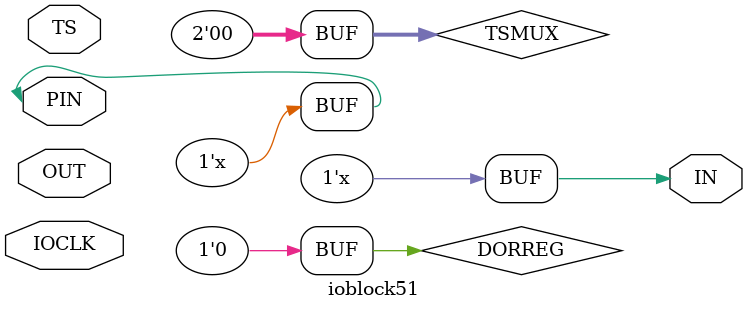
<source format=v>
module ioblock51(
	       inout  PIN,
	       input  TS,
	       input  OUT,
	       output IN,
	       input IOCLK
	       );
   
   reg 		     D;
   reg [2-1:0] 	     TSMUX;
   reg 		     DORREG;

   assign PIN = ( TSMUX == 2'b00 ) ? 1'bz : (( TSMUX == 2'b01 && TS == 1'b1 ) ? OUT : (( TSMUX == 2'b01 && TS == 1'b0 ) ? 1'bz : OUT));
   assign IN  = ( DORREG == 1'b0 ) ? PIN  : D;
   
   initial
     begin
	D=1'b0;
	TSMUX=2'b00;
	DORREG=1'b0;
     end
   
   always @(posedge IOCLK) D=PIN;
   
endmodule       

</source>
